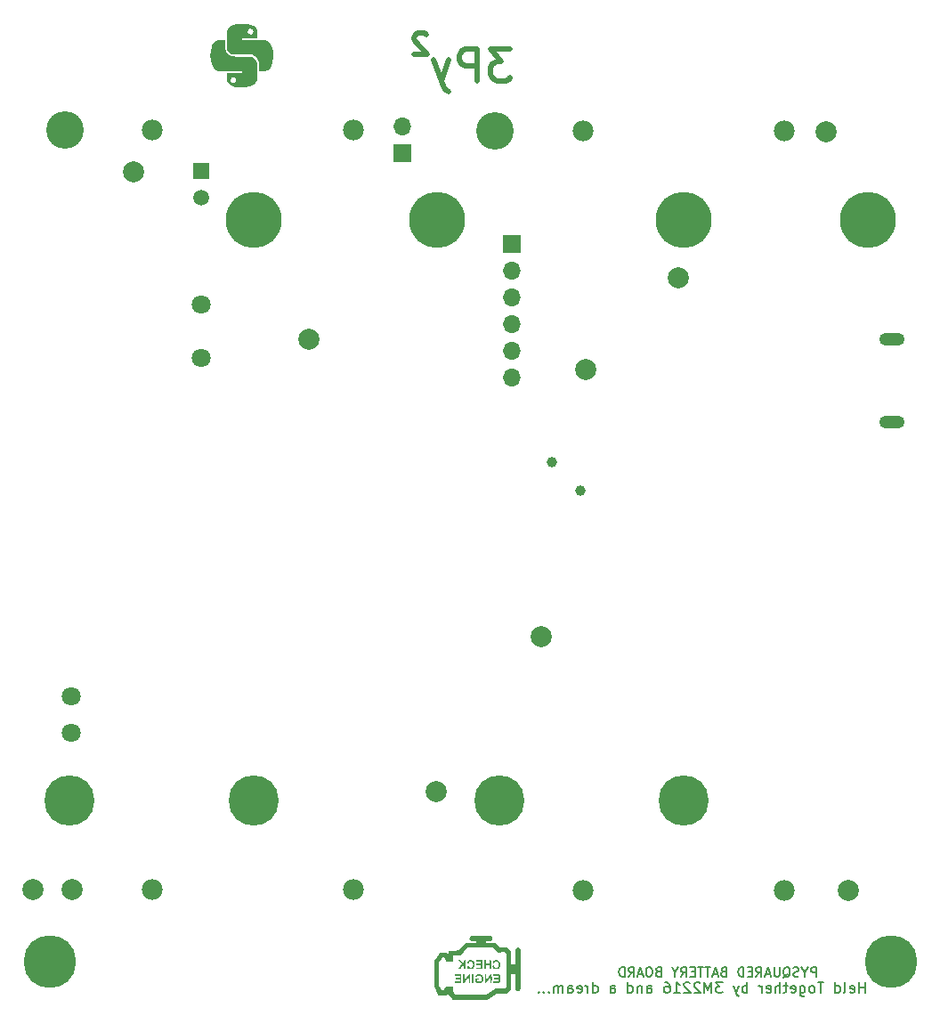
<source format=gbr>
%TF.GenerationSoftware,KiCad,Pcbnew,8.0.2-1*%
%TF.CreationDate,2024-07-16T19:06:40-07:00*%
%TF.ProjectId,battery_board_v3c,62617474-6572-4795-9f62-6f6172645f76,rev?*%
%TF.SameCoordinates,Original*%
%TF.FileFunction,Soldermask,Bot*%
%TF.FilePolarity,Negative*%
%FSLAX46Y46*%
G04 Gerber Fmt 4.6, Leading zero omitted, Abs format (unit mm)*
G04 Created by KiCad (PCBNEW 8.0.2-1) date 2024-07-16 19:06:40*
%MOMM*%
%LPD*%
G01*
G04 APERTURE LIST*
%ADD10C,0.500000*%
%ADD11C,0.150000*%
%ADD12C,0.000000*%
%ADD13C,5.000000*%
%ADD14C,2.000000*%
%ADD15R,1.700000X1.700000*%
%ADD16O,1.700000X1.700000*%
%ADD17C,1.800000*%
%ADD18O,2.416000X1.208000*%
%ADD19C,1.000000*%
%ADD20R,1.508000X1.508000*%
%ADD21C,1.508000*%
%ADD22C,4.770000*%
%ADD23C,5.325000*%
%ADD24C,3.570000*%
%ADD25C,1.980000*%
G04 APERTURE END LIST*
D10*
X158278056Y-44742257D02*
X156420913Y-44742257D01*
X156420913Y-44742257D02*
X157420913Y-45885114D01*
X157420913Y-45885114D02*
X156992342Y-45885114D01*
X156992342Y-45885114D02*
X156706628Y-46027971D01*
X156706628Y-46027971D02*
X156563770Y-46170828D01*
X156563770Y-46170828D02*
X156420913Y-46456542D01*
X156420913Y-46456542D02*
X156420913Y-47170828D01*
X156420913Y-47170828D02*
X156563770Y-47456542D01*
X156563770Y-47456542D02*
X156706628Y-47599400D01*
X156706628Y-47599400D02*
X156992342Y-47742257D01*
X156992342Y-47742257D02*
X157849485Y-47742257D01*
X157849485Y-47742257D02*
X158135199Y-47599400D01*
X158135199Y-47599400D02*
X158278056Y-47456542D01*
X155135199Y-47742257D02*
X155135199Y-44742257D01*
X155135199Y-44742257D02*
X153992342Y-44742257D01*
X153992342Y-44742257D02*
X153706627Y-44885114D01*
X153706627Y-44885114D02*
X153563770Y-45027971D01*
X153563770Y-45027971D02*
X153420913Y-45313685D01*
X153420913Y-45313685D02*
X153420913Y-45742257D01*
X153420913Y-45742257D02*
X153563770Y-46027971D01*
X153563770Y-46027971D02*
X153706627Y-46170828D01*
X153706627Y-46170828D02*
X153992342Y-46313685D01*
X153992342Y-46313685D02*
X155135199Y-46313685D01*
X152420913Y-45742257D02*
X151706627Y-47742257D01*
X150992342Y-45742257D02*
X151706627Y-47742257D01*
X151706627Y-47742257D02*
X151992342Y-48456542D01*
X151992342Y-48456542D02*
X152135199Y-48599400D01*
X152135199Y-48599400D02*
X152420913Y-48742257D01*
X150279028Y-43387314D02*
X150183790Y-43292076D01*
X150183790Y-43292076D02*
X149993314Y-43196838D01*
X149993314Y-43196838D02*
X149517123Y-43196838D01*
X149517123Y-43196838D02*
X149326647Y-43292076D01*
X149326647Y-43292076D02*
X149231409Y-43387314D01*
X149231409Y-43387314D02*
X149136171Y-43577790D01*
X149136171Y-43577790D02*
X149136171Y-43768266D01*
X149136171Y-43768266D02*
X149231409Y-44053980D01*
X149231409Y-44053980D02*
X150374266Y-45196838D01*
X150374266Y-45196838D02*
X149136171Y-45196838D01*
D11*
X187342857Y-132908557D02*
X187342857Y-132008557D01*
X187342857Y-132008557D02*
X187000000Y-132008557D01*
X187000000Y-132008557D02*
X186914285Y-132051414D01*
X186914285Y-132051414D02*
X186871428Y-132094271D01*
X186871428Y-132094271D02*
X186828571Y-132179985D01*
X186828571Y-132179985D02*
X186828571Y-132308557D01*
X186828571Y-132308557D02*
X186871428Y-132394271D01*
X186871428Y-132394271D02*
X186914285Y-132437128D01*
X186914285Y-132437128D02*
X187000000Y-132479985D01*
X187000000Y-132479985D02*
X187342857Y-132479985D01*
X186271428Y-132479985D02*
X186271428Y-132908557D01*
X186571428Y-132008557D02*
X186271428Y-132479985D01*
X186271428Y-132479985D02*
X185971428Y-132008557D01*
X185714285Y-132865700D02*
X185585714Y-132908557D01*
X185585714Y-132908557D02*
X185371428Y-132908557D01*
X185371428Y-132908557D02*
X185285714Y-132865700D01*
X185285714Y-132865700D02*
X185242856Y-132822842D01*
X185242856Y-132822842D02*
X185199999Y-132737128D01*
X185199999Y-132737128D02*
X185199999Y-132651414D01*
X185199999Y-132651414D02*
X185242856Y-132565700D01*
X185242856Y-132565700D02*
X185285714Y-132522842D01*
X185285714Y-132522842D02*
X185371428Y-132479985D01*
X185371428Y-132479985D02*
X185542856Y-132437128D01*
X185542856Y-132437128D02*
X185628571Y-132394271D01*
X185628571Y-132394271D02*
X185671428Y-132351414D01*
X185671428Y-132351414D02*
X185714285Y-132265700D01*
X185714285Y-132265700D02*
X185714285Y-132179985D01*
X185714285Y-132179985D02*
X185671428Y-132094271D01*
X185671428Y-132094271D02*
X185628571Y-132051414D01*
X185628571Y-132051414D02*
X185542856Y-132008557D01*
X185542856Y-132008557D02*
X185328571Y-132008557D01*
X185328571Y-132008557D02*
X185199999Y-132051414D01*
X184214285Y-132994271D02*
X184299999Y-132951414D01*
X184299999Y-132951414D02*
X184385713Y-132865700D01*
X184385713Y-132865700D02*
X184514285Y-132737128D01*
X184514285Y-132737128D02*
X184599999Y-132694271D01*
X184599999Y-132694271D02*
X184685713Y-132694271D01*
X184642856Y-132908557D02*
X184728571Y-132865700D01*
X184728571Y-132865700D02*
X184814285Y-132779985D01*
X184814285Y-132779985D02*
X184857142Y-132608557D01*
X184857142Y-132608557D02*
X184857142Y-132308557D01*
X184857142Y-132308557D02*
X184814285Y-132137128D01*
X184814285Y-132137128D02*
X184728571Y-132051414D01*
X184728571Y-132051414D02*
X184642856Y-132008557D01*
X184642856Y-132008557D02*
X184471428Y-132008557D01*
X184471428Y-132008557D02*
X184385713Y-132051414D01*
X184385713Y-132051414D02*
X184299999Y-132137128D01*
X184299999Y-132137128D02*
X184257142Y-132308557D01*
X184257142Y-132308557D02*
X184257142Y-132608557D01*
X184257142Y-132608557D02*
X184299999Y-132779985D01*
X184299999Y-132779985D02*
X184385713Y-132865700D01*
X184385713Y-132865700D02*
X184471428Y-132908557D01*
X184471428Y-132908557D02*
X184642856Y-132908557D01*
X183871428Y-132008557D02*
X183871428Y-132737128D01*
X183871428Y-132737128D02*
X183828571Y-132822842D01*
X183828571Y-132822842D02*
X183785714Y-132865700D01*
X183785714Y-132865700D02*
X183699999Y-132908557D01*
X183699999Y-132908557D02*
X183528571Y-132908557D01*
X183528571Y-132908557D02*
X183442856Y-132865700D01*
X183442856Y-132865700D02*
X183399999Y-132822842D01*
X183399999Y-132822842D02*
X183357142Y-132737128D01*
X183357142Y-132737128D02*
X183357142Y-132008557D01*
X182971428Y-132651414D02*
X182542857Y-132651414D01*
X183057142Y-132908557D02*
X182757142Y-132008557D01*
X182757142Y-132008557D02*
X182457142Y-132908557D01*
X181642856Y-132908557D02*
X181942856Y-132479985D01*
X182157142Y-132908557D02*
X182157142Y-132008557D01*
X182157142Y-132008557D02*
X181814285Y-132008557D01*
X181814285Y-132008557D02*
X181728570Y-132051414D01*
X181728570Y-132051414D02*
X181685713Y-132094271D01*
X181685713Y-132094271D02*
X181642856Y-132179985D01*
X181642856Y-132179985D02*
X181642856Y-132308557D01*
X181642856Y-132308557D02*
X181685713Y-132394271D01*
X181685713Y-132394271D02*
X181728570Y-132437128D01*
X181728570Y-132437128D02*
X181814285Y-132479985D01*
X181814285Y-132479985D02*
X182157142Y-132479985D01*
X181257142Y-132437128D02*
X180957142Y-132437128D01*
X180828570Y-132908557D02*
X181257142Y-132908557D01*
X181257142Y-132908557D02*
X181257142Y-132008557D01*
X181257142Y-132008557D02*
X180828570Y-132008557D01*
X180442856Y-132908557D02*
X180442856Y-132008557D01*
X180442856Y-132008557D02*
X180228570Y-132008557D01*
X180228570Y-132008557D02*
X180099999Y-132051414D01*
X180099999Y-132051414D02*
X180014284Y-132137128D01*
X180014284Y-132137128D02*
X179971427Y-132222842D01*
X179971427Y-132222842D02*
X179928570Y-132394271D01*
X179928570Y-132394271D02*
X179928570Y-132522842D01*
X179928570Y-132522842D02*
X179971427Y-132694271D01*
X179971427Y-132694271D02*
X180014284Y-132779985D01*
X180014284Y-132779985D02*
X180099999Y-132865700D01*
X180099999Y-132865700D02*
X180228570Y-132908557D01*
X180228570Y-132908557D02*
X180442856Y-132908557D01*
X178557142Y-132437128D02*
X178428570Y-132479985D01*
X178428570Y-132479985D02*
X178385713Y-132522842D01*
X178385713Y-132522842D02*
X178342856Y-132608557D01*
X178342856Y-132608557D02*
X178342856Y-132737128D01*
X178342856Y-132737128D02*
X178385713Y-132822842D01*
X178385713Y-132822842D02*
X178428570Y-132865700D01*
X178428570Y-132865700D02*
X178514285Y-132908557D01*
X178514285Y-132908557D02*
X178857142Y-132908557D01*
X178857142Y-132908557D02*
X178857142Y-132008557D01*
X178857142Y-132008557D02*
X178557142Y-132008557D01*
X178557142Y-132008557D02*
X178471428Y-132051414D01*
X178471428Y-132051414D02*
X178428570Y-132094271D01*
X178428570Y-132094271D02*
X178385713Y-132179985D01*
X178385713Y-132179985D02*
X178385713Y-132265700D01*
X178385713Y-132265700D02*
X178428570Y-132351414D01*
X178428570Y-132351414D02*
X178471428Y-132394271D01*
X178471428Y-132394271D02*
X178557142Y-132437128D01*
X178557142Y-132437128D02*
X178857142Y-132437128D01*
X177999999Y-132651414D02*
X177571428Y-132651414D01*
X178085713Y-132908557D02*
X177785713Y-132008557D01*
X177785713Y-132008557D02*
X177485713Y-132908557D01*
X177314284Y-132008557D02*
X176799999Y-132008557D01*
X177057141Y-132908557D02*
X177057141Y-132008557D01*
X176628570Y-132008557D02*
X176114285Y-132008557D01*
X176371427Y-132908557D02*
X176371427Y-132008557D01*
X175814285Y-132437128D02*
X175514285Y-132437128D01*
X175385713Y-132908557D02*
X175814285Y-132908557D01*
X175814285Y-132908557D02*
X175814285Y-132008557D01*
X175814285Y-132008557D02*
X175385713Y-132008557D01*
X174485713Y-132908557D02*
X174785713Y-132479985D01*
X174999999Y-132908557D02*
X174999999Y-132008557D01*
X174999999Y-132008557D02*
X174657142Y-132008557D01*
X174657142Y-132008557D02*
X174571427Y-132051414D01*
X174571427Y-132051414D02*
X174528570Y-132094271D01*
X174528570Y-132094271D02*
X174485713Y-132179985D01*
X174485713Y-132179985D02*
X174485713Y-132308557D01*
X174485713Y-132308557D02*
X174528570Y-132394271D01*
X174528570Y-132394271D02*
X174571427Y-132437128D01*
X174571427Y-132437128D02*
X174657142Y-132479985D01*
X174657142Y-132479985D02*
X174999999Y-132479985D01*
X173928570Y-132479985D02*
X173928570Y-132908557D01*
X174228570Y-132008557D02*
X173928570Y-132479985D01*
X173928570Y-132479985D02*
X173628570Y-132008557D01*
X172342856Y-132437128D02*
X172214284Y-132479985D01*
X172214284Y-132479985D02*
X172171427Y-132522842D01*
X172171427Y-132522842D02*
X172128570Y-132608557D01*
X172128570Y-132608557D02*
X172128570Y-132737128D01*
X172128570Y-132737128D02*
X172171427Y-132822842D01*
X172171427Y-132822842D02*
X172214284Y-132865700D01*
X172214284Y-132865700D02*
X172299999Y-132908557D01*
X172299999Y-132908557D02*
X172642856Y-132908557D01*
X172642856Y-132908557D02*
X172642856Y-132008557D01*
X172642856Y-132008557D02*
X172342856Y-132008557D01*
X172342856Y-132008557D02*
X172257142Y-132051414D01*
X172257142Y-132051414D02*
X172214284Y-132094271D01*
X172214284Y-132094271D02*
X172171427Y-132179985D01*
X172171427Y-132179985D02*
X172171427Y-132265700D01*
X172171427Y-132265700D02*
X172214284Y-132351414D01*
X172214284Y-132351414D02*
X172257142Y-132394271D01*
X172257142Y-132394271D02*
X172342856Y-132437128D01*
X172342856Y-132437128D02*
X172642856Y-132437128D01*
X171571427Y-132008557D02*
X171399999Y-132008557D01*
X171399999Y-132008557D02*
X171314284Y-132051414D01*
X171314284Y-132051414D02*
X171228570Y-132137128D01*
X171228570Y-132137128D02*
X171185713Y-132308557D01*
X171185713Y-132308557D02*
X171185713Y-132608557D01*
X171185713Y-132608557D02*
X171228570Y-132779985D01*
X171228570Y-132779985D02*
X171314284Y-132865700D01*
X171314284Y-132865700D02*
X171399999Y-132908557D01*
X171399999Y-132908557D02*
X171571427Y-132908557D01*
X171571427Y-132908557D02*
X171657142Y-132865700D01*
X171657142Y-132865700D02*
X171742856Y-132779985D01*
X171742856Y-132779985D02*
X171785713Y-132608557D01*
X171785713Y-132608557D02*
X171785713Y-132308557D01*
X171785713Y-132308557D02*
X171742856Y-132137128D01*
X171742856Y-132137128D02*
X171657142Y-132051414D01*
X171657142Y-132051414D02*
X171571427Y-132008557D01*
X170842856Y-132651414D02*
X170414285Y-132651414D01*
X170928570Y-132908557D02*
X170628570Y-132008557D01*
X170628570Y-132008557D02*
X170328570Y-132908557D01*
X169514284Y-132908557D02*
X169814284Y-132479985D01*
X170028570Y-132908557D02*
X170028570Y-132008557D01*
X170028570Y-132008557D02*
X169685713Y-132008557D01*
X169685713Y-132008557D02*
X169599998Y-132051414D01*
X169599998Y-132051414D02*
X169557141Y-132094271D01*
X169557141Y-132094271D02*
X169514284Y-132179985D01*
X169514284Y-132179985D02*
X169514284Y-132308557D01*
X169514284Y-132308557D02*
X169557141Y-132394271D01*
X169557141Y-132394271D02*
X169599998Y-132437128D01*
X169599998Y-132437128D02*
X169685713Y-132479985D01*
X169685713Y-132479985D02*
X170028570Y-132479985D01*
X169128570Y-132908557D02*
X169128570Y-132008557D01*
X169128570Y-132008557D02*
X168914284Y-132008557D01*
X168914284Y-132008557D02*
X168785713Y-132051414D01*
X168785713Y-132051414D02*
X168699998Y-132137128D01*
X168699998Y-132137128D02*
X168657141Y-132222842D01*
X168657141Y-132222842D02*
X168614284Y-132394271D01*
X168614284Y-132394271D02*
X168614284Y-132522842D01*
X168614284Y-132522842D02*
X168657141Y-132694271D01*
X168657141Y-132694271D02*
X168699998Y-132779985D01*
X168699998Y-132779985D02*
X168785713Y-132865700D01*
X168785713Y-132865700D02*
X168914284Y-132908557D01*
X168914284Y-132908557D02*
X169128570Y-132908557D01*
X192023810Y-134454819D02*
X192023810Y-133454819D01*
X192023810Y-133931009D02*
X191452382Y-133931009D01*
X191452382Y-134454819D02*
X191452382Y-133454819D01*
X190595239Y-134407200D02*
X190690477Y-134454819D01*
X190690477Y-134454819D02*
X190880953Y-134454819D01*
X190880953Y-134454819D02*
X190976191Y-134407200D01*
X190976191Y-134407200D02*
X191023810Y-134311961D01*
X191023810Y-134311961D02*
X191023810Y-133931009D01*
X191023810Y-133931009D02*
X190976191Y-133835771D01*
X190976191Y-133835771D02*
X190880953Y-133788152D01*
X190880953Y-133788152D02*
X190690477Y-133788152D01*
X190690477Y-133788152D02*
X190595239Y-133835771D01*
X190595239Y-133835771D02*
X190547620Y-133931009D01*
X190547620Y-133931009D02*
X190547620Y-134026247D01*
X190547620Y-134026247D02*
X191023810Y-134121485D01*
X189976191Y-134454819D02*
X190071429Y-134407200D01*
X190071429Y-134407200D02*
X190119048Y-134311961D01*
X190119048Y-134311961D02*
X190119048Y-133454819D01*
X189166667Y-134454819D02*
X189166667Y-133454819D01*
X189166667Y-134407200D02*
X189261905Y-134454819D01*
X189261905Y-134454819D02*
X189452381Y-134454819D01*
X189452381Y-134454819D02*
X189547619Y-134407200D01*
X189547619Y-134407200D02*
X189595238Y-134359580D01*
X189595238Y-134359580D02*
X189642857Y-134264342D01*
X189642857Y-134264342D02*
X189642857Y-133978628D01*
X189642857Y-133978628D02*
X189595238Y-133883390D01*
X189595238Y-133883390D02*
X189547619Y-133835771D01*
X189547619Y-133835771D02*
X189452381Y-133788152D01*
X189452381Y-133788152D02*
X189261905Y-133788152D01*
X189261905Y-133788152D02*
X189166667Y-133835771D01*
X188071428Y-133454819D02*
X187500000Y-133454819D01*
X187785714Y-134454819D02*
X187785714Y-133454819D01*
X187023809Y-134454819D02*
X187119047Y-134407200D01*
X187119047Y-134407200D02*
X187166666Y-134359580D01*
X187166666Y-134359580D02*
X187214285Y-134264342D01*
X187214285Y-134264342D02*
X187214285Y-133978628D01*
X187214285Y-133978628D02*
X187166666Y-133883390D01*
X187166666Y-133883390D02*
X187119047Y-133835771D01*
X187119047Y-133835771D02*
X187023809Y-133788152D01*
X187023809Y-133788152D02*
X186880952Y-133788152D01*
X186880952Y-133788152D02*
X186785714Y-133835771D01*
X186785714Y-133835771D02*
X186738095Y-133883390D01*
X186738095Y-133883390D02*
X186690476Y-133978628D01*
X186690476Y-133978628D02*
X186690476Y-134264342D01*
X186690476Y-134264342D02*
X186738095Y-134359580D01*
X186738095Y-134359580D02*
X186785714Y-134407200D01*
X186785714Y-134407200D02*
X186880952Y-134454819D01*
X186880952Y-134454819D02*
X187023809Y-134454819D01*
X185833333Y-133788152D02*
X185833333Y-134597676D01*
X185833333Y-134597676D02*
X185880952Y-134692914D01*
X185880952Y-134692914D02*
X185928571Y-134740533D01*
X185928571Y-134740533D02*
X186023809Y-134788152D01*
X186023809Y-134788152D02*
X186166666Y-134788152D01*
X186166666Y-134788152D02*
X186261904Y-134740533D01*
X185833333Y-134407200D02*
X185928571Y-134454819D01*
X185928571Y-134454819D02*
X186119047Y-134454819D01*
X186119047Y-134454819D02*
X186214285Y-134407200D01*
X186214285Y-134407200D02*
X186261904Y-134359580D01*
X186261904Y-134359580D02*
X186309523Y-134264342D01*
X186309523Y-134264342D02*
X186309523Y-133978628D01*
X186309523Y-133978628D02*
X186261904Y-133883390D01*
X186261904Y-133883390D02*
X186214285Y-133835771D01*
X186214285Y-133835771D02*
X186119047Y-133788152D01*
X186119047Y-133788152D02*
X185928571Y-133788152D01*
X185928571Y-133788152D02*
X185833333Y-133835771D01*
X184976190Y-134407200D02*
X185071428Y-134454819D01*
X185071428Y-134454819D02*
X185261904Y-134454819D01*
X185261904Y-134454819D02*
X185357142Y-134407200D01*
X185357142Y-134407200D02*
X185404761Y-134311961D01*
X185404761Y-134311961D02*
X185404761Y-133931009D01*
X185404761Y-133931009D02*
X185357142Y-133835771D01*
X185357142Y-133835771D02*
X185261904Y-133788152D01*
X185261904Y-133788152D02*
X185071428Y-133788152D01*
X185071428Y-133788152D02*
X184976190Y-133835771D01*
X184976190Y-133835771D02*
X184928571Y-133931009D01*
X184928571Y-133931009D02*
X184928571Y-134026247D01*
X184928571Y-134026247D02*
X185404761Y-134121485D01*
X184642856Y-133788152D02*
X184261904Y-133788152D01*
X184499999Y-133454819D02*
X184499999Y-134311961D01*
X184499999Y-134311961D02*
X184452380Y-134407200D01*
X184452380Y-134407200D02*
X184357142Y-134454819D01*
X184357142Y-134454819D02*
X184261904Y-134454819D01*
X183928570Y-134454819D02*
X183928570Y-133454819D01*
X183499999Y-134454819D02*
X183499999Y-133931009D01*
X183499999Y-133931009D02*
X183547618Y-133835771D01*
X183547618Y-133835771D02*
X183642856Y-133788152D01*
X183642856Y-133788152D02*
X183785713Y-133788152D01*
X183785713Y-133788152D02*
X183880951Y-133835771D01*
X183880951Y-133835771D02*
X183928570Y-133883390D01*
X182642856Y-134407200D02*
X182738094Y-134454819D01*
X182738094Y-134454819D02*
X182928570Y-134454819D01*
X182928570Y-134454819D02*
X183023808Y-134407200D01*
X183023808Y-134407200D02*
X183071427Y-134311961D01*
X183071427Y-134311961D02*
X183071427Y-133931009D01*
X183071427Y-133931009D02*
X183023808Y-133835771D01*
X183023808Y-133835771D02*
X182928570Y-133788152D01*
X182928570Y-133788152D02*
X182738094Y-133788152D01*
X182738094Y-133788152D02*
X182642856Y-133835771D01*
X182642856Y-133835771D02*
X182595237Y-133931009D01*
X182595237Y-133931009D02*
X182595237Y-134026247D01*
X182595237Y-134026247D02*
X183071427Y-134121485D01*
X182166665Y-134454819D02*
X182166665Y-133788152D01*
X182166665Y-133978628D02*
X182119046Y-133883390D01*
X182119046Y-133883390D02*
X182071427Y-133835771D01*
X182071427Y-133835771D02*
X181976189Y-133788152D01*
X181976189Y-133788152D02*
X181880951Y-133788152D01*
X180785712Y-134454819D02*
X180785712Y-133454819D01*
X180785712Y-133835771D02*
X180690474Y-133788152D01*
X180690474Y-133788152D02*
X180499998Y-133788152D01*
X180499998Y-133788152D02*
X180404760Y-133835771D01*
X180404760Y-133835771D02*
X180357141Y-133883390D01*
X180357141Y-133883390D02*
X180309522Y-133978628D01*
X180309522Y-133978628D02*
X180309522Y-134264342D01*
X180309522Y-134264342D02*
X180357141Y-134359580D01*
X180357141Y-134359580D02*
X180404760Y-134407200D01*
X180404760Y-134407200D02*
X180499998Y-134454819D01*
X180499998Y-134454819D02*
X180690474Y-134454819D01*
X180690474Y-134454819D02*
X180785712Y-134407200D01*
X179976188Y-133788152D02*
X179738093Y-134454819D01*
X179499998Y-133788152D02*
X179738093Y-134454819D01*
X179738093Y-134454819D02*
X179833331Y-134692914D01*
X179833331Y-134692914D02*
X179880950Y-134740533D01*
X179880950Y-134740533D02*
X179976188Y-134788152D01*
X178452378Y-133454819D02*
X177833331Y-133454819D01*
X177833331Y-133454819D02*
X178166664Y-133835771D01*
X178166664Y-133835771D02*
X178023807Y-133835771D01*
X178023807Y-133835771D02*
X177928569Y-133883390D01*
X177928569Y-133883390D02*
X177880950Y-133931009D01*
X177880950Y-133931009D02*
X177833331Y-134026247D01*
X177833331Y-134026247D02*
X177833331Y-134264342D01*
X177833331Y-134264342D02*
X177880950Y-134359580D01*
X177880950Y-134359580D02*
X177928569Y-134407200D01*
X177928569Y-134407200D02*
X178023807Y-134454819D01*
X178023807Y-134454819D02*
X178309521Y-134454819D01*
X178309521Y-134454819D02*
X178404759Y-134407200D01*
X178404759Y-134407200D02*
X178452378Y-134359580D01*
X177404759Y-134454819D02*
X177404759Y-133454819D01*
X177404759Y-133454819D02*
X177071426Y-134169104D01*
X177071426Y-134169104D02*
X176738093Y-133454819D01*
X176738093Y-133454819D02*
X176738093Y-134454819D01*
X176309521Y-133550057D02*
X176261902Y-133502438D01*
X176261902Y-133502438D02*
X176166664Y-133454819D01*
X176166664Y-133454819D02*
X175928569Y-133454819D01*
X175928569Y-133454819D02*
X175833331Y-133502438D01*
X175833331Y-133502438D02*
X175785712Y-133550057D01*
X175785712Y-133550057D02*
X175738093Y-133645295D01*
X175738093Y-133645295D02*
X175738093Y-133740533D01*
X175738093Y-133740533D02*
X175785712Y-133883390D01*
X175785712Y-133883390D02*
X176357140Y-134454819D01*
X176357140Y-134454819D02*
X175738093Y-134454819D01*
X175357140Y-133550057D02*
X175309521Y-133502438D01*
X175309521Y-133502438D02*
X175214283Y-133454819D01*
X175214283Y-133454819D02*
X174976188Y-133454819D01*
X174976188Y-133454819D02*
X174880950Y-133502438D01*
X174880950Y-133502438D02*
X174833331Y-133550057D01*
X174833331Y-133550057D02*
X174785712Y-133645295D01*
X174785712Y-133645295D02*
X174785712Y-133740533D01*
X174785712Y-133740533D02*
X174833331Y-133883390D01*
X174833331Y-133883390D02*
X175404759Y-134454819D01*
X175404759Y-134454819D02*
X174785712Y-134454819D01*
X173833331Y-134454819D02*
X174404759Y-134454819D01*
X174119045Y-134454819D02*
X174119045Y-133454819D01*
X174119045Y-133454819D02*
X174214283Y-133597676D01*
X174214283Y-133597676D02*
X174309521Y-133692914D01*
X174309521Y-133692914D02*
X174404759Y-133740533D01*
X172976188Y-133454819D02*
X173166664Y-133454819D01*
X173166664Y-133454819D02*
X173261902Y-133502438D01*
X173261902Y-133502438D02*
X173309521Y-133550057D01*
X173309521Y-133550057D02*
X173404759Y-133692914D01*
X173404759Y-133692914D02*
X173452378Y-133883390D01*
X173452378Y-133883390D02*
X173452378Y-134264342D01*
X173452378Y-134264342D02*
X173404759Y-134359580D01*
X173404759Y-134359580D02*
X173357140Y-134407200D01*
X173357140Y-134407200D02*
X173261902Y-134454819D01*
X173261902Y-134454819D02*
X173071426Y-134454819D01*
X173071426Y-134454819D02*
X172976188Y-134407200D01*
X172976188Y-134407200D02*
X172928569Y-134359580D01*
X172928569Y-134359580D02*
X172880950Y-134264342D01*
X172880950Y-134264342D02*
X172880950Y-134026247D01*
X172880950Y-134026247D02*
X172928569Y-133931009D01*
X172928569Y-133931009D02*
X172976188Y-133883390D01*
X172976188Y-133883390D02*
X173071426Y-133835771D01*
X173071426Y-133835771D02*
X173261902Y-133835771D01*
X173261902Y-133835771D02*
X173357140Y-133883390D01*
X173357140Y-133883390D02*
X173404759Y-133931009D01*
X173404759Y-133931009D02*
X173452378Y-134026247D01*
X171261902Y-134454819D02*
X171261902Y-133931009D01*
X171261902Y-133931009D02*
X171309521Y-133835771D01*
X171309521Y-133835771D02*
X171404759Y-133788152D01*
X171404759Y-133788152D02*
X171595235Y-133788152D01*
X171595235Y-133788152D02*
X171690473Y-133835771D01*
X171261902Y-134407200D02*
X171357140Y-134454819D01*
X171357140Y-134454819D02*
X171595235Y-134454819D01*
X171595235Y-134454819D02*
X171690473Y-134407200D01*
X171690473Y-134407200D02*
X171738092Y-134311961D01*
X171738092Y-134311961D02*
X171738092Y-134216723D01*
X171738092Y-134216723D02*
X171690473Y-134121485D01*
X171690473Y-134121485D02*
X171595235Y-134073866D01*
X171595235Y-134073866D02*
X171357140Y-134073866D01*
X171357140Y-134073866D02*
X171261902Y-134026247D01*
X170785711Y-133788152D02*
X170785711Y-134454819D01*
X170785711Y-133883390D02*
X170738092Y-133835771D01*
X170738092Y-133835771D02*
X170642854Y-133788152D01*
X170642854Y-133788152D02*
X170499997Y-133788152D01*
X170499997Y-133788152D02*
X170404759Y-133835771D01*
X170404759Y-133835771D02*
X170357140Y-133931009D01*
X170357140Y-133931009D02*
X170357140Y-134454819D01*
X169452378Y-134454819D02*
X169452378Y-133454819D01*
X169452378Y-134407200D02*
X169547616Y-134454819D01*
X169547616Y-134454819D02*
X169738092Y-134454819D01*
X169738092Y-134454819D02*
X169833330Y-134407200D01*
X169833330Y-134407200D02*
X169880949Y-134359580D01*
X169880949Y-134359580D02*
X169928568Y-134264342D01*
X169928568Y-134264342D02*
X169928568Y-133978628D01*
X169928568Y-133978628D02*
X169880949Y-133883390D01*
X169880949Y-133883390D02*
X169833330Y-133835771D01*
X169833330Y-133835771D02*
X169738092Y-133788152D01*
X169738092Y-133788152D02*
X169547616Y-133788152D01*
X169547616Y-133788152D02*
X169452378Y-133835771D01*
X167785711Y-134454819D02*
X167785711Y-133931009D01*
X167785711Y-133931009D02*
X167833330Y-133835771D01*
X167833330Y-133835771D02*
X167928568Y-133788152D01*
X167928568Y-133788152D02*
X168119044Y-133788152D01*
X168119044Y-133788152D02*
X168214282Y-133835771D01*
X167785711Y-134407200D02*
X167880949Y-134454819D01*
X167880949Y-134454819D02*
X168119044Y-134454819D01*
X168119044Y-134454819D02*
X168214282Y-134407200D01*
X168214282Y-134407200D02*
X168261901Y-134311961D01*
X168261901Y-134311961D02*
X168261901Y-134216723D01*
X168261901Y-134216723D02*
X168214282Y-134121485D01*
X168214282Y-134121485D02*
X168119044Y-134073866D01*
X168119044Y-134073866D02*
X167880949Y-134073866D01*
X167880949Y-134073866D02*
X167785711Y-134026247D01*
X166119044Y-134454819D02*
X166119044Y-133454819D01*
X166119044Y-134407200D02*
X166214282Y-134454819D01*
X166214282Y-134454819D02*
X166404758Y-134454819D01*
X166404758Y-134454819D02*
X166499996Y-134407200D01*
X166499996Y-134407200D02*
X166547615Y-134359580D01*
X166547615Y-134359580D02*
X166595234Y-134264342D01*
X166595234Y-134264342D02*
X166595234Y-133978628D01*
X166595234Y-133978628D02*
X166547615Y-133883390D01*
X166547615Y-133883390D02*
X166499996Y-133835771D01*
X166499996Y-133835771D02*
X166404758Y-133788152D01*
X166404758Y-133788152D02*
X166214282Y-133788152D01*
X166214282Y-133788152D02*
X166119044Y-133835771D01*
X165642853Y-134454819D02*
X165642853Y-133788152D01*
X165642853Y-133978628D02*
X165595234Y-133883390D01*
X165595234Y-133883390D02*
X165547615Y-133835771D01*
X165547615Y-133835771D02*
X165452377Y-133788152D01*
X165452377Y-133788152D02*
X165357139Y-133788152D01*
X164642853Y-134407200D02*
X164738091Y-134454819D01*
X164738091Y-134454819D02*
X164928567Y-134454819D01*
X164928567Y-134454819D02*
X165023805Y-134407200D01*
X165023805Y-134407200D02*
X165071424Y-134311961D01*
X165071424Y-134311961D02*
X165071424Y-133931009D01*
X165071424Y-133931009D02*
X165023805Y-133835771D01*
X165023805Y-133835771D02*
X164928567Y-133788152D01*
X164928567Y-133788152D02*
X164738091Y-133788152D01*
X164738091Y-133788152D02*
X164642853Y-133835771D01*
X164642853Y-133835771D02*
X164595234Y-133931009D01*
X164595234Y-133931009D02*
X164595234Y-134026247D01*
X164595234Y-134026247D02*
X165071424Y-134121485D01*
X163738091Y-134454819D02*
X163738091Y-133931009D01*
X163738091Y-133931009D02*
X163785710Y-133835771D01*
X163785710Y-133835771D02*
X163880948Y-133788152D01*
X163880948Y-133788152D02*
X164071424Y-133788152D01*
X164071424Y-133788152D02*
X164166662Y-133835771D01*
X163738091Y-134407200D02*
X163833329Y-134454819D01*
X163833329Y-134454819D02*
X164071424Y-134454819D01*
X164071424Y-134454819D02*
X164166662Y-134407200D01*
X164166662Y-134407200D02*
X164214281Y-134311961D01*
X164214281Y-134311961D02*
X164214281Y-134216723D01*
X164214281Y-134216723D02*
X164166662Y-134121485D01*
X164166662Y-134121485D02*
X164071424Y-134073866D01*
X164071424Y-134073866D02*
X163833329Y-134073866D01*
X163833329Y-134073866D02*
X163738091Y-134026247D01*
X163261900Y-134454819D02*
X163261900Y-133788152D01*
X163261900Y-133883390D02*
X163214281Y-133835771D01*
X163214281Y-133835771D02*
X163119043Y-133788152D01*
X163119043Y-133788152D02*
X162976186Y-133788152D01*
X162976186Y-133788152D02*
X162880948Y-133835771D01*
X162880948Y-133835771D02*
X162833329Y-133931009D01*
X162833329Y-133931009D02*
X162833329Y-134454819D01*
X162833329Y-133931009D02*
X162785710Y-133835771D01*
X162785710Y-133835771D02*
X162690472Y-133788152D01*
X162690472Y-133788152D02*
X162547615Y-133788152D01*
X162547615Y-133788152D02*
X162452376Y-133835771D01*
X162452376Y-133835771D02*
X162404757Y-133931009D01*
X162404757Y-133931009D02*
X162404757Y-134454819D01*
X161928567Y-134359580D02*
X161880948Y-134407200D01*
X161880948Y-134407200D02*
X161928567Y-134454819D01*
X161928567Y-134454819D02*
X161976186Y-134407200D01*
X161976186Y-134407200D02*
X161928567Y-134359580D01*
X161928567Y-134359580D02*
X161928567Y-134454819D01*
X161452377Y-134359580D02*
X161404758Y-134407200D01*
X161404758Y-134407200D02*
X161452377Y-134454819D01*
X161452377Y-134454819D02*
X161499996Y-134407200D01*
X161499996Y-134407200D02*
X161452377Y-134359580D01*
X161452377Y-134359580D02*
X161452377Y-134454819D01*
X160976187Y-134359580D02*
X160928568Y-134407200D01*
X160928568Y-134407200D02*
X160976187Y-134454819D01*
X160976187Y-134454819D02*
X161023806Y-134407200D01*
X161023806Y-134407200D02*
X160976187Y-134359580D01*
X160976187Y-134359580D02*
X160976187Y-134454819D01*
D12*
%TO.C,G\u002A\u002A\u002A*%
G36*
X134174852Y-43117799D02*
G01*
X134177834Y-43266698D01*
X134185149Y-43684884D01*
X133463599Y-43690775D01*
X132742048Y-43696667D01*
X132742048Y-43875226D01*
X134996354Y-43897546D01*
X135123981Y-43957364D01*
X135176190Y-43983977D01*
X135335174Y-44096820D01*
X135467032Y-44243909D01*
X135570161Y-44423158D01*
X135642958Y-44632481D01*
X135702482Y-44919058D01*
X135733980Y-45244052D01*
X135724999Y-45568413D01*
X135675777Y-45901395D01*
X135626719Y-46104582D01*
X135553729Y-46313444D01*
X135464650Y-46483351D01*
X135358188Y-46616232D01*
X135233052Y-46714017D01*
X135087948Y-46778633D01*
X135041555Y-46788499D01*
X134949178Y-46798833D01*
X134828713Y-46805832D01*
X134689456Y-46808794D01*
X134382558Y-46810287D01*
X134382558Y-46446699D01*
X134381656Y-46329933D01*
X134375611Y-46167471D01*
X134362680Y-46035404D01*
X134341468Y-45925011D01*
X134310581Y-45827569D01*
X134268623Y-45734355D01*
X134263248Y-45724149D01*
X134186470Y-45613676D01*
X134080453Y-45503595D01*
X133957689Y-45405422D01*
X133830673Y-45330673D01*
X133679483Y-45259057D01*
X132764368Y-45247897D01*
X132554995Y-45245299D01*
X132365757Y-45242702D01*
X132212431Y-45240072D01*
X132090468Y-45237128D01*
X131995320Y-45233590D01*
X131922441Y-45229175D01*
X131867281Y-45223603D01*
X131825293Y-45216592D01*
X131791930Y-45207862D01*
X131762642Y-45197130D01*
X131732884Y-45184117D01*
X131641980Y-45130922D01*
X131531177Y-45037099D01*
X131433520Y-44924420D01*
X131362218Y-44806348D01*
X131355691Y-44791967D01*
X131344564Y-44764341D01*
X131335591Y-44733876D01*
X131328541Y-44695926D01*
X131323182Y-44645848D01*
X131319282Y-44578996D01*
X131316611Y-44490727D01*
X131314937Y-44376396D01*
X131314027Y-44231358D01*
X131313651Y-44050970D01*
X131313577Y-43830586D01*
X131313577Y-42995509D01*
X133294158Y-42995509D01*
X133295075Y-43091202D01*
X133334097Y-43190233D01*
X133337537Y-43195633D01*
X133391433Y-43254372D01*
X133456056Y-43296252D01*
X133510034Y-43315148D01*
X133603173Y-43323385D01*
X133685477Y-43291419D01*
X133765002Y-43217187D01*
X133773521Y-43206835D01*
X133811415Y-43147228D01*
X133826816Y-43082427D01*
X133824760Y-42993591D01*
X133816954Y-42946373D01*
X133779638Y-42873796D01*
X133705958Y-42813921D01*
X133645516Y-42785332D01*
X133548322Y-42770814D01*
X133458428Y-42790807D01*
X133381995Y-42839077D01*
X133325185Y-42909390D01*
X133294158Y-42995509D01*
X131313577Y-42995509D01*
X131313577Y-42960111D01*
X131368208Y-42849094D01*
X131377753Y-42830480D01*
X131475330Y-42690870D01*
X131605919Y-42569998D01*
X131759923Y-42476982D01*
X131844590Y-42441727D01*
X131974093Y-42402468D01*
X132123703Y-42373357D01*
X132299424Y-42353558D01*
X132507258Y-42342232D01*
X132753208Y-42338544D01*
X132823033Y-42338842D01*
X133124799Y-42349293D01*
X133385789Y-42374912D01*
X133607119Y-42416029D01*
X133789900Y-42472971D01*
X133935248Y-42546069D01*
X134044274Y-42635651D01*
X134118093Y-42742047D01*
X134133522Y-42775220D01*
X134148213Y-42815640D01*
X134158821Y-42862460D01*
X134166216Y-42923328D01*
X134171269Y-43005892D01*
X134173719Y-43082427D01*
X134174852Y-43117799D01*
G37*
G36*
X134173654Y-47615283D02*
G01*
X134168750Y-47670551D01*
X134162105Y-47712251D01*
X134153454Y-47745187D01*
X134142529Y-47774160D01*
X134129064Y-47803974D01*
X134065118Y-47905777D01*
X133967558Y-48012098D01*
X133850149Y-48107773D01*
X133724809Y-48181667D01*
X133631458Y-48220551D01*
X133496912Y-48266868D01*
X133348732Y-48310428D01*
X133203263Y-48346476D01*
X133076846Y-48370256D01*
X133068312Y-48371466D01*
X132840520Y-48390257D01*
X132606720Y-48385769D01*
X132373951Y-48359764D01*
X132149255Y-48314004D01*
X131939672Y-48250250D01*
X131752244Y-48170265D01*
X131594011Y-48075811D01*
X131472014Y-47968650D01*
X131466726Y-47962730D01*
X131407178Y-47887968D01*
X131363485Y-47811690D01*
X131333405Y-47725322D01*
X131324388Y-47674699D01*
X131664398Y-47674699D01*
X131687433Y-47762271D01*
X131740949Y-47838319D01*
X131826706Y-47894144D01*
X131858081Y-47906053D01*
X131956139Y-47922501D01*
X132041838Y-47898331D01*
X132123205Y-47831856D01*
X132154076Y-47792557D01*
X132193437Y-47699596D01*
X132197508Y-47603798D01*
X132169900Y-47513965D01*
X132114222Y-47438899D01*
X132034084Y-47387405D01*
X131933097Y-47368284D01*
X131841861Y-47383186D01*
X131760575Y-47429847D01*
X131702729Y-47499787D01*
X131670083Y-47584304D01*
X131664398Y-47674699D01*
X131324388Y-47674699D01*
X131314695Y-47620285D01*
X131305113Y-47488004D01*
X131302417Y-47319902D01*
X131302417Y-47011784D01*
X132022233Y-47005895D01*
X132742048Y-47000006D01*
X132748912Y-46905147D01*
X132755775Y-46810287D01*
X131620230Y-46810287D01*
X131547363Y-46810286D01*
X131284559Y-46810152D01*
X131061617Y-46809475D01*
X130874722Y-46807814D01*
X130720056Y-46804727D01*
X130593804Y-46799771D01*
X130492148Y-46792505D01*
X130411273Y-46782486D01*
X130347361Y-46769272D01*
X130296597Y-46752421D01*
X130255164Y-46731491D01*
X130219245Y-46706039D01*
X130185024Y-46675623D01*
X130148684Y-46639802D01*
X130102874Y-46588496D01*
X130011475Y-46451410D01*
X129929621Y-46282593D01*
X129859771Y-46090541D01*
X129804382Y-45883753D01*
X129765912Y-45670727D01*
X129746820Y-45459958D01*
X129749562Y-45259946D01*
X129765360Y-45095330D01*
X129803607Y-44843687D01*
X129856202Y-44614324D01*
X129921644Y-44411608D01*
X129998435Y-44239905D01*
X130085073Y-44103580D01*
X130180059Y-44007001D01*
X130202399Y-43990414D01*
X130262161Y-43952307D01*
X130324803Y-43924824D01*
X130398666Y-43906277D01*
X130492091Y-43894978D01*
X130613420Y-43889237D01*
X130770994Y-43887365D01*
X131121206Y-43886386D01*
X131128112Y-44316043D01*
X131135019Y-44745700D01*
X131206634Y-44896891D01*
X131266996Y-45005915D01*
X131392445Y-45162441D01*
X131546112Y-45286832D01*
X131723495Y-45375752D01*
X131920095Y-45425864D01*
X131958992Y-45429737D01*
X132046187Y-45434684D01*
X132166866Y-45439099D01*
X132314592Y-45442826D01*
X132482926Y-45445711D01*
X132665429Y-45447598D01*
X132855663Y-45448334D01*
X133638873Y-45448776D01*
X133775708Y-45517153D01*
X133799685Y-45529685D01*
X133942756Y-45630887D01*
X134057369Y-45760102D01*
X134136295Y-45909467D01*
X134146597Y-45938601D01*
X134156441Y-45973235D01*
X134164251Y-46013451D01*
X134170261Y-46064130D01*
X134174700Y-46130154D01*
X134177802Y-46216407D01*
X134179797Y-46327770D01*
X134180918Y-46469126D01*
X134181395Y-46645357D01*
X134181461Y-46861344D01*
X134181426Y-46967333D01*
X134181215Y-47162480D01*
X134180600Y-47320046D01*
X134179312Y-47444833D01*
X134177086Y-47541645D01*
X134174189Y-47603798D01*
X134173654Y-47615283D01*
G37*
G36*
X154742237Y-132687478D02*
G01*
X154760774Y-132693910D01*
X154763804Y-132698305D01*
X154766878Y-132709127D01*
X154769346Y-132727605D01*
X154771268Y-132755477D01*
X154772704Y-132794481D01*
X154773716Y-132846357D01*
X154774364Y-132912843D01*
X154774708Y-132995680D01*
X154774809Y-133096604D01*
X154774793Y-133125188D01*
X154774386Y-133235404D01*
X154773430Y-133327445D01*
X154771935Y-133400984D01*
X154769910Y-133455690D01*
X154767363Y-133491233D01*
X154764301Y-133507284D01*
X154759470Y-133514596D01*
X154747939Y-133522036D01*
X154727367Y-133524752D01*
X154692424Y-133523982D01*
X154631054Y-133521046D01*
X154631054Y-132688259D01*
X154688897Y-132685261D01*
X154710118Y-132684838D01*
X154742237Y-132687478D01*
G37*
G36*
X155936745Y-132684843D02*
G01*
X155961231Y-132687796D01*
X155984333Y-132693594D01*
X155984333Y-132966870D01*
X155984604Y-133037718D01*
X155985452Y-133104553D01*
X155986809Y-133159990D01*
X155988606Y-133201922D01*
X155990773Y-133228241D01*
X155993240Y-133236841D01*
X155997065Y-133232736D01*
X156011061Y-133214072D01*
X156033757Y-133182142D01*
X156063798Y-133138903D01*
X156099827Y-133086311D01*
X156140488Y-133026323D01*
X156184425Y-132960898D01*
X156366703Y-132688259D01*
X156424208Y-132685261D01*
X156445190Y-132684839D01*
X156477224Y-132687478D01*
X156495747Y-132693910D01*
X156499243Y-132699482D01*
X156502186Y-132711255D01*
X156504548Y-132730872D01*
X156506388Y-132760045D01*
X156507764Y-132800487D01*
X156508734Y-132853908D01*
X156509354Y-132922021D01*
X156509684Y-133006538D01*
X156509782Y-133109171D01*
X156509754Y-133144749D01*
X156509459Y-133230140D01*
X156508868Y-133308475D01*
X156508018Y-133377626D01*
X156506944Y-133435464D01*
X156505685Y-133479860D01*
X156504276Y-133508686D01*
X156502753Y-133519813D01*
X156493267Y-133522645D01*
X156468740Y-133524402D01*
X156435833Y-133523944D01*
X156375941Y-133521046D01*
X156370984Y-133238493D01*
X156366027Y-132955941D01*
X156344863Y-132985683D01*
X156341995Y-132989792D01*
X156327524Y-133011046D01*
X156304220Y-133045633D01*
X156273630Y-133091244D01*
X156237300Y-133145574D01*
X156196774Y-133206314D01*
X156153600Y-133271158D01*
X155983502Y-133526890D01*
X155850492Y-133521046D01*
X155850492Y-132688259D01*
X155894310Y-132685128D01*
X155904070Y-132684599D01*
X155936745Y-132684843D01*
G37*
G36*
X155538439Y-131353362D02*
G01*
X155571607Y-131354211D01*
X155587768Y-131355520D01*
X155612553Y-131361188D01*
X155615140Y-131773723D01*
X155617726Y-132186258D01*
X155590354Y-132189405D01*
X155588602Y-132189558D01*
X155568388Y-132190126D01*
X155531669Y-132190315D01*
X155481232Y-132190140D01*
X155419862Y-132189618D01*
X155350347Y-132188764D01*
X155275472Y-132187596D01*
X154987963Y-132182638D01*
X154988769Y-132125652D01*
X154989556Y-132101025D01*
X154991587Y-132075674D01*
X154994247Y-132063994D01*
X154997084Y-132063330D01*
X155016304Y-132061963D01*
X155051092Y-132060707D01*
X155098559Y-132059635D01*
X155155813Y-132058819D01*
X155219965Y-132058331D01*
X155249583Y-132058151D01*
X155311996Y-132057450D01*
X155366786Y-132056403D01*
X155410901Y-132055092D01*
X155441292Y-132053600D01*
X155454905Y-132052008D01*
X155456270Y-132051340D01*
X155462296Y-132042509D01*
X155466150Y-132022763D01*
X155468197Y-131989141D01*
X155468798Y-131938682D01*
X155468798Y-131830687D01*
X155266369Y-131830687D01*
X155253288Y-131830674D01*
X155192117Y-131830278D01*
X155137780Y-131829389D01*
X155093526Y-131828098D01*
X155062602Y-131826495D01*
X155048258Y-131824669D01*
X155039202Y-131816281D01*
X155034069Y-131796061D01*
X155032576Y-131760227D01*
X155032834Y-131734180D01*
X155033733Y-131709947D01*
X155035055Y-131699823D01*
X155036759Y-131699559D01*
X155053738Y-131698583D01*
X155086527Y-131697277D01*
X155132218Y-131695743D01*
X155187907Y-131694080D01*
X155250687Y-131692388D01*
X155463841Y-131686932D01*
X155463841Y-131488649D01*
X155007791Y-131478735D01*
X155007791Y-131359766D01*
X155285387Y-131354809D01*
X155291972Y-131354693D01*
X155365028Y-131353638D01*
X155432334Y-131353069D01*
X155491076Y-131352979D01*
X155538439Y-131353362D01*
G37*
G36*
X153401703Y-132683546D02*
G01*
X153463589Y-132683924D01*
X153518365Y-132684677D01*
X153562935Y-132685819D01*
X153594207Y-132687362D01*
X153609088Y-132689320D01*
X153612319Y-132691654D01*
X153615642Y-132698213D01*
X153618324Y-132710497D01*
X153620433Y-132730270D01*
X153622036Y-132759295D01*
X153623197Y-132799334D01*
X153623985Y-132852150D01*
X153624465Y-132919505D01*
X153624705Y-133003164D01*
X153624770Y-133104887D01*
X153624761Y-133135471D01*
X153624559Y-133236150D01*
X153624061Y-133318857D01*
X153623221Y-133385052D01*
X153621996Y-133436195D01*
X153620343Y-133473745D01*
X153618218Y-133499163D01*
X153615577Y-133513907D01*
X153612377Y-133519437D01*
X153612179Y-133519511D01*
X153597340Y-133521285D01*
X153566077Y-133522703D01*
X153521409Y-133523773D01*
X153466358Y-133524505D01*
X153403944Y-133524910D01*
X153337190Y-133524996D01*
X153269115Y-133524774D01*
X153202741Y-133524253D01*
X153141088Y-133523442D01*
X153087179Y-133522351D01*
X153044033Y-133520990D01*
X153014672Y-133519369D01*
X153002117Y-133517496D01*
X152997813Y-133512823D01*
X152992300Y-133490577D01*
X152992203Y-133450727D01*
X152995223Y-133392162D01*
X153471101Y-133382248D01*
X153471101Y-133164137D01*
X153044793Y-133154223D01*
X153041842Y-133092260D01*
X153040801Y-133062796D01*
X153040741Y-133038421D01*
X153041842Y-133028317D01*
X153043590Y-133028053D01*
X153060688Y-133027077D01*
X153093587Y-133025772D01*
X153139373Y-133024237D01*
X153195131Y-133022573D01*
X153257947Y-133020881D01*
X153471101Y-133015425D01*
X153473936Y-132918946D01*
X153476772Y-132822467D01*
X153245911Y-132819805D01*
X153015051Y-132817143D01*
X153012031Y-132758578D01*
X153011419Y-132738388D01*
X153013923Y-132706641D01*
X153021945Y-132691809D01*
X153029207Y-132690311D01*
X153054263Y-132688428D01*
X153093860Y-132686829D01*
X153144905Y-132685527D01*
X153204306Y-132684534D01*
X153268968Y-132683864D01*
X153335798Y-132683531D01*
X153401703Y-132683546D01*
G37*
G36*
X156973860Y-131343754D02*
G01*
X157043666Y-131360177D01*
X157121196Y-131394223D01*
X157185340Y-131442887D01*
X157236116Y-131506190D01*
X157273542Y-131584149D01*
X157297637Y-131676783D01*
X157301550Y-131699947D01*
X157306767Y-131739297D01*
X157307806Y-131772506D01*
X157304652Y-131808080D01*
X157297287Y-131854521D01*
X157277478Y-131938663D01*
X157243546Y-132022501D01*
X157198128Y-132090330D01*
X157141313Y-132142052D01*
X157073192Y-132177564D01*
X156993852Y-132196766D01*
X156927981Y-132201669D01*
X156839841Y-132195067D01*
X156761749Y-132172581D01*
X156694681Y-132134662D01*
X156639615Y-132081758D01*
X156597528Y-132014320D01*
X156587086Y-131991189D01*
X156572190Y-131947713D01*
X156571069Y-131916726D01*
X156584671Y-131896150D01*
X156613945Y-131883910D01*
X156659837Y-131877931D01*
X156679596Y-131877079D01*
X156695099Y-131879880D01*
X156706715Y-131890170D01*
X156718264Y-131911561D01*
X156733566Y-131947666D01*
X156763726Y-131997019D01*
X156806770Y-132034343D01*
X156858982Y-132058105D01*
X156916847Y-132067260D01*
X156976848Y-132060759D01*
X157035471Y-132037557D01*
X157072740Y-132010973D01*
X157107165Y-131969016D01*
X157130683Y-131914605D01*
X157144019Y-131845956D01*
X157147899Y-131761288D01*
X157147857Y-131755766D01*
X157146521Y-131704708D01*
X157143030Y-131667469D01*
X157136593Y-131638581D01*
X157126420Y-131612576D01*
X157099236Y-131564665D01*
X157057550Y-131519686D01*
X157005925Y-131490882D01*
X156942409Y-131476812D01*
X156926378Y-131475528D01*
X156863958Y-131479320D01*
X156812764Y-131499036D01*
X156771286Y-131535507D01*
X156738012Y-131589569D01*
X156716666Y-131634980D01*
X156660969Y-131628434D01*
X156655772Y-131627797D01*
X156613015Y-131619119D01*
X156587846Y-131604904D01*
X156579322Y-131582981D01*
X156586504Y-131551183D01*
X156608452Y-131507339D01*
X156620625Y-131487627D01*
X156672239Y-131426819D01*
X156735360Y-131381137D01*
X156807997Y-131351471D01*
X156888161Y-131338713D01*
X156973860Y-131343754D01*
G37*
G36*
X157050102Y-132683546D02*
G01*
X157111989Y-132683924D01*
X157166764Y-132684677D01*
X157211335Y-132685819D01*
X157242607Y-132687362D01*
X157257488Y-132689320D01*
X157260683Y-132691611D01*
X157264015Y-132698123D01*
X157266706Y-132710347D01*
X157268821Y-132730047D01*
X157270428Y-132758988D01*
X157271593Y-132798933D01*
X157272383Y-132851649D01*
X157272864Y-132918899D01*
X157273104Y-133002448D01*
X157273170Y-133104061D01*
X157273138Y-133144089D01*
X157272850Y-133229733D01*
X157272288Y-133308220D01*
X157271487Y-133377439D01*
X157270480Y-133435278D01*
X157269301Y-133479624D01*
X157267983Y-133508367D01*
X157266560Y-133519394D01*
X157265289Y-133519959D01*
X157248923Y-133521842D01*
X157216497Y-133523345D01*
X157170986Y-133524479D01*
X157115364Y-133525252D01*
X157052605Y-133525674D01*
X156985684Y-133525753D01*
X156917575Y-133525500D01*
X156851251Y-133524922D01*
X156789688Y-133524030D01*
X156735858Y-133522832D01*
X156692737Y-133521338D01*
X156663299Y-133519556D01*
X156650517Y-133517496D01*
X156646213Y-133512823D01*
X156640700Y-133490577D01*
X156640603Y-133450727D01*
X156643622Y-133392162D01*
X156884040Y-133389508D01*
X157124458Y-133386853D01*
X157124458Y-133159567D01*
X156908825Y-133156895D01*
X156693193Y-133154223D01*
X156690168Y-133101369D01*
X156689750Y-133083762D01*
X156692348Y-133052835D01*
X156698818Y-133034449D01*
X156699442Y-133033760D01*
X156707934Y-133029038D01*
X156724407Y-133025515D01*
X156751228Y-133023041D01*
X156790768Y-133021463D01*
X156845394Y-133020627D01*
X156917475Y-133020382D01*
X157124458Y-133020382D01*
X157124458Y-132822465D01*
X156893954Y-132819804D01*
X156663451Y-132817143D01*
X156660431Y-132758578D01*
X156659819Y-132738388D01*
X156662323Y-132706641D01*
X156670345Y-132691809D01*
X156677606Y-132690311D01*
X156702662Y-132688428D01*
X156742260Y-132686829D01*
X156793305Y-132685527D01*
X156852705Y-132684534D01*
X156917367Y-132683864D01*
X156984197Y-132683531D01*
X157050102Y-132683546D01*
G37*
G36*
X153892154Y-132684471D02*
G01*
X153916426Y-132689320D01*
X153920225Y-132691935D01*
X153924135Y-132699425D01*
X153927098Y-132713596D01*
X153929238Y-132736642D01*
X153930683Y-132770751D01*
X153931559Y-132818116D01*
X153931992Y-132880926D01*
X153932108Y-132961373D01*
X153932108Y-132961878D01*
X153932387Y-133032445D01*
X153933166Y-133096302D01*
X153934370Y-133150825D01*
X153935925Y-133193391D01*
X153937757Y-133221377D01*
X153939792Y-133232158D01*
X153943724Y-133229015D01*
X153957706Y-133211730D01*
X153980331Y-133181089D01*
X154010269Y-133138973D01*
X154046187Y-133087262D01*
X154086754Y-133027839D01*
X154130639Y-132962583D01*
X154313802Y-132688259D01*
X154362716Y-132685163D01*
X154377893Y-132684514D01*
X154410967Y-132684996D01*
X154434593Y-132687830D01*
X154457557Y-132693594D01*
X154457557Y-133104015D01*
X154457547Y-133135686D01*
X154457344Y-133236304D01*
X154456843Y-133318963D01*
X154456002Y-133385122D01*
X154454776Y-133436237D01*
X154453124Y-133473768D01*
X154450999Y-133499173D01*
X154448361Y-133513910D01*
X154445164Y-133519437D01*
X154423548Y-133523991D01*
X154393158Y-133525438D01*
X154361379Y-133523968D01*
X154335254Y-133519915D01*
X154321823Y-133513610D01*
X154321808Y-133513588D01*
X154319506Y-133500603D01*
X154317093Y-133470523D01*
X154314694Y-133426063D01*
X154312436Y-133369935D01*
X154310445Y-133304855D01*
X154308845Y-133233536D01*
X154303888Y-132965855D01*
X153931168Y-133526003D01*
X153869179Y-133526003D01*
X153840936Y-133524864D01*
X153811386Y-133520592D01*
X153795293Y-133514106D01*
X153794489Y-133512712D01*
X153791453Y-133495450D01*
X153788858Y-133461597D01*
X153786705Y-133413754D01*
X153784993Y-133354522D01*
X153783723Y-133286503D01*
X153782893Y-133212296D01*
X153782506Y-133134504D01*
X153782559Y-133055727D01*
X153783054Y-132978566D01*
X153783990Y-132905623D01*
X153785368Y-132839497D01*
X153787187Y-132782791D01*
X153789448Y-132738106D01*
X153792150Y-132708041D01*
X153795293Y-132695199D01*
X153803220Y-132690857D01*
X153827897Y-132685611D01*
X153860093Y-132683359D01*
X153892154Y-132684471D01*
G37*
G36*
X154537813Y-131341416D02*
G01*
X154613768Y-131356537D01*
X154684915Y-131385113D01*
X154747832Y-131426827D01*
X154799097Y-131481362D01*
X154822613Y-131516301D01*
X154849103Y-131568032D01*
X154866306Y-131623497D01*
X154875661Y-131687850D01*
X154878607Y-131766245D01*
X154878363Y-131812004D01*
X154876627Y-131854897D01*
X154872612Y-131888332D01*
X154865576Y-131918015D01*
X154854777Y-131949656D01*
X154840353Y-131985936D01*
X154814074Y-132039145D01*
X154784120Y-132081999D01*
X154746693Y-132120505D01*
X154741906Y-132124762D01*
X154692836Y-132160128D01*
X154638263Y-132183233D01*
X154571569Y-132196966D01*
X154544272Y-132200642D01*
X154518851Y-132204142D01*
X154507127Y-132205861D01*
X154506518Y-132205906D01*
X154492474Y-132204828D01*
X154464827Y-132201765D01*
X154428837Y-132197293D01*
X154418093Y-132195742D01*
X154340369Y-132174010D01*
X154273117Y-132135645D01*
X154217480Y-132081479D01*
X154174603Y-132012343D01*
X154166494Y-131994613D01*
X154150908Y-131951434D01*
X154149004Y-131920463D01*
X154161981Y-131899067D01*
X154191034Y-131884618D01*
X154237363Y-131874484D01*
X154253389Y-131872086D01*
X154272595Y-131872327D01*
X154283775Y-131882321D01*
X154294455Y-131906258D01*
X154312636Y-131948680D01*
X154332043Y-131984238D01*
X154353101Y-132010359D01*
X154379337Y-132032278D01*
X154394070Y-132041597D01*
X154446480Y-132061139D01*
X154506036Y-132067171D01*
X154566442Y-132058800D01*
X154610020Y-132040234D01*
X154654935Y-132003152D01*
X154690547Y-131952461D01*
X154715841Y-131890770D01*
X154729800Y-131820687D01*
X154731407Y-131744819D01*
X154719646Y-131665774D01*
X154709392Y-131626485D01*
X154697372Y-131595247D01*
X154680950Y-131569556D01*
X154656348Y-131542024D01*
X154641144Y-131527370D01*
X154592080Y-131493872D01*
X154536898Y-131477194D01*
X154471624Y-131475911D01*
X154448548Y-131478861D01*
X154394708Y-131496927D01*
X154352751Y-131530516D01*
X154321152Y-131580691D01*
X154296365Y-131634833D01*
X154243964Y-131628674D01*
X154231363Y-131627136D01*
X154194613Y-131621178D01*
X154172975Y-131613655D01*
X154162723Y-131602688D01*
X154160133Y-131586400D01*
X154161071Y-131576355D01*
X154171734Y-131542213D01*
X154191601Y-131502340D01*
X154217303Y-131462907D01*
X154245472Y-131430080D01*
X154254349Y-131421825D01*
X154315317Y-131379955D01*
X154385165Y-131352808D01*
X154460471Y-131340068D01*
X154537813Y-131341416D01*
G37*
G36*
X153979627Y-131351626D02*
G01*
X154007268Y-131357257D01*
X154022543Y-131366236D01*
X154023228Y-131368643D01*
X154024941Y-131387901D01*
X154026396Y-131424009D01*
X154027561Y-131474787D01*
X154028405Y-131538057D01*
X154028894Y-131611639D01*
X154028997Y-131693353D01*
X154028682Y-131781021D01*
X154026292Y-132182448D01*
X153996550Y-132189103D01*
X153975618Y-132191682D01*
X153942421Y-132191427D01*
X153910890Y-132187693D01*
X153890048Y-132181153D01*
X153889314Y-132180059D01*
X153886656Y-132164521D01*
X153884504Y-132133899D01*
X153883063Y-132091972D01*
X153882537Y-132042518D01*
X153882537Y-131908526D01*
X153782831Y-131805902D01*
X153755107Y-131838147D01*
X153752452Y-131841325D01*
X153734599Y-131864585D01*
X153709396Y-131899300D01*
X153679811Y-131941327D01*
X153648813Y-131986522D01*
X153643574Y-131994250D01*
X153611474Y-132040982D01*
X153580442Y-132085234D01*
X153553786Y-132122333D01*
X153534814Y-132147603D01*
X153499386Y-132192553D01*
X153420802Y-132187596D01*
X153380303Y-132184058D01*
X153354575Y-132177788D01*
X153343744Y-132166297D01*
X153347223Y-132147054D01*
X153364426Y-132117525D01*
X153394765Y-132075178D01*
X153439240Y-132014972D01*
X153492162Y-131942998D01*
X153540061Y-131877483D01*
X153581801Y-131820001D01*
X153616244Y-131772126D01*
X153642254Y-131735432D01*
X153658694Y-131711492D01*
X153664426Y-131701880D01*
X153663201Y-131699953D01*
X153651142Y-131686395D01*
X153627843Y-131661883D01*
X153595328Y-131628503D01*
X153555625Y-131588345D01*
X153510757Y-131543496D01*
X153491932Y-131524688D01*
X153448830Y-131480874D01*
X153411754Y-131442136D01*
X153382745Y-131410667D01*
X153363843Y-131388661D01*
X153357088Y-131378312D01*
X153357721Y-131371648D01*
X153363176Y-131363645D01*
X153377342Y-131358659D01*
X153403925Y-131355671D01*
X153446631Y-131353659D01*
X153520672Y-131351005D01*
X153693345Y-131526404D01*
X153730660Y-131564112D01*
X153775211Y-131608578D01*
X153813822Y-131646494D01*
X153844520Y-131675946D01*
X153865329Y-131695020D01*
X153874278Y-131701803D01*
X153876454Y-131695818D01*
X153878880Y-131672985D01*
X153880807Y-131636096D01*
X153882078Y-131588368D01*
X153882537Y-131533018D01*
X153882537Y-131531244D01*
X153882627Y-131470241D01*
X153883137Y-131426083D01*
X153884435Y-131395858D01*
X153886887Y-131376654D01*
X153890862Y-131365561D01*
X153896725Y-131359668D01*
X153904844Y-131356063D01*
X153916348Y-131352919D01*
X153946895Y-131349970D01*
X153979627Y-131351626D01*
G37*
G36*
X155907498Y-131353640D02*
G01*
X155909185Y-131353819D01*
X155915267Y-131356741D01*
X155919546Y-131365265D01*
X155922332Y-131382236D01*
X155923937Y-131410498D01*
X155924672Y-131452897D01*
X155924848Y-131512278D01*
X155924896Y-131560324D01*
X155925311Y-131605850D01*
X155926501Y-131636881D01*
X155928874Y-131656401D01*
X155932835Y-131667393D01*
X155938793Y-131672841D01*
X155947155Y-131675726D01*
X155954123Y-131676852D01*
X155980350Y-131678790D01*
X156020257Y-131680359D01*
X156069823Y-131681422D01*
X156125024Y-131681840D01*
X156165683Y-131681703D01*
X156219514Y-131680617D01*
X156256646Y-131678332D01*
X156279028Y-131674703D01*
X156288607Y-131669582D01*
X156289931Y-131665652D01*
X156292859Y-131644214D01*
X156295503Y-131608480D01*
X156297616Y-131562284D01*
X156298951Y-131509459D01*
X156299414Y-131484353D01*
X156300744Y-131435320D01*
X156302404Y-131395352D01*
X156304227Y-131368034D01*
X156306046Y-131356957D01*
X156313636Y-131355038D01*
X156336427Y-131353531D01*
X156368165Y-131353457D01*
X156395305Y-131354951D01*
X156422962Y-131360790D01*
X156438197Y-131371936D01*
X156438769Y-131372813D01*
X156441965Y-131382733D01*
X156444506Y-131401410D01*
X156446430Y-131430423D01*
X156447774Y-131471355D01*
X156448576Y-131525787D01*
X156448874Y-131595299D01*
X156448707Y-131681473D01*
X156448111Y-131785891D01*
X156445340Y-132182638D01*
X156373462Y-132185551D01*
X156301585Y-132188464D01*
X156299632Y-132116152D01*
X156298963Y-132076129D01*
X156298870Y-132020205D01*
X156299579Y-131969485D01*
X156299790Y-131926950D01*
X156298498Y-131884707D01*
X156295967Y-131852994D01*
X156290456Y-131810859D01*
X156113670Y-131810859D01*
X156100208Y-131810865D01*
X156039357Y-131811165D01*
X155995141Y-131812083D01*
X155964871Y-131813849D01*
X155945861Y-131816693D01*
X155935421Y-131820847D01*
X155930866Y-131826541D01*
X155929285Y-131836723D01*
X155927516Y-131864587D01*
X155926110Y-131905858D01*
X155925183Y-131956951D01*
X155924848Y-132014281D01*
X155924848Y-132186339D01*
X155892627Y-132190303D01*
X155863994Y-132191935D01*
X155828458Y-132189554D01*
X155799512Y-132183167D01*
X155783723Y-132173773D01*
X155783232Y-132172141D01*
X155781660Y-132154579D01*
X155780214Y-132120030D01*
X155778935Y-132070679D01*
X155777863Y-132008712D01*
X155777037Y-131936311D01*
X155776499Y-131855663D01*
X155776288Y-131768952D01*
X155776136Y-131375094D01*
X155798443Y-131361860D01*
X155798908Y-131361586D01*
X155814140Y-131354857D01*
X155833958Y-131351543D01*
X155863398Y-131351264D01*
X155907498Y-131353640D01*
G37*
G36*
X155367053Y-132678977D02*
G01*
X155407303Y-132684939D01*
X155442625Y-132694982D01*
X155480800Y-132710802D01*
X155487063Y-132713732D01*
X155553114Y-132753977D01*
X155608061Y-132804866D01*
X155647648Y-132862532D01*
X155649045Y-132865291D01*
X155685060Y-132957188D01*
X155703857Y-133053210D01*
X155705374Y-133149978D01*
X155689549Y-133244115D01*
X155656321Y-133332245D01*
X155646741Y-133349707D01*
X155602157Y-133407557D01*
X155543328Y-133458368D01*
X155474416Y-133498995D01*
X155399581Y-133526294D01*
X155385266Y-133528698D01*
X155350921Y-133531308D01*
X155306787Y-133532438D01*
X155258908Y-133531848D01*
X155247130Y-133531459D01*
X155201703Y-133529294D01*
X155168008Y-133525452D01*
X155139367Y-133518394D01*
X155109104Y-133506584D01*
X155070539Y-133488484D01*
X155054883Y-133480764D01*
X155015373Y-133460106D01*
X154981999Y-133441095D01*
X154960699Y-133427051D01*
X154933435Y-133405594D01*
X154933435Y-133248037D01*
X154933455Y-133221897D01*
X154933791Y-133169605D01*
X154934824Y-133132849D01*
X154936909Y-133108568D01*
X154940406Y-133093702D01*
X154945671Y-133085191D01*
X154953061Y-133079975D01*
X154955137Y-133079088D01*
X154977049Y-133075290D01*
X155016336Y-133072818D01*
X155070977Y-133071757D01*
X155138951Y-133072191D01*
X155305215Y-133074910D01*
X155305215Y-133203794D01*
X155082147Y-133209400D01*
X155082147Y-133333989D01*
X155143037Y-133363076D01*
X155146544Y-133364742D01*
X155179875Y-133379058D01*
X155209570Y-133387335D01*
X155243434Y-133391113D01*
X155289271Y-133391932D01*
X155297059Y-133391897D01*
X155339677Y-133390632D01*
X155370473Y-133386564D01*
X155396383Y-133378277D01*
X155424344Y-133364355D01*
X155449926Y-133348208D01*
X155496195Y-133303199D01*
X155528749Y-133244644D01*
X155548165Y-133171645D01*
X155551331Y-133148099D01*
X155552750Y-133072113D01*
X155541197Y-133001176D01*
X155517902Y-132938004D01*
X155484094Y-132885308D01*
X155441002Y-132845802D01*
X155389855Y-132822199D01*
X155372064Y-132818317D01*
X155329488Y-132813080D01*
X155282898Y-132811062D01*
X155240116Y-132812465D01*
X155208967Y-132817494D01*
X155206890Y-132818147D01*
X155163939Y-132841226D01*
X155125139Y-132879013D01*
X155095534Y-132926655D01*
X155071659Y-132978804D01*
X155016531Y-132965989D01*
X154993160Y-132960234D01*
X154963237Y-132949876D01*
X154948561Y-132937095D01*
X154946282Y-132918482D01*
X154953551Y-132890626D01*
X154975893Y-132837312D01*
X155018596Y-132775510D01*
X155074566Y-132728289D01*
X155143539Y-132695805D01*
X155225252Y-132678212D01*
X155319443Y-132675664D01*
X155367053Y-132678977D01*
G37*
G36*
X158351124Y-133968524D02*
G01*
X158349665Y-134019544D01*
X158347980Y-134058153D01*
X158346045Y-134085452D01*
X158343838Y-134102541D01*
X158341337Y-134110521D01*
X158340592Y-134111508D01*
X158328577Y-134125203D01*
X158304954Y-134150816D01*
X158271599Y-134186361D01*
X158230386Y-134229847D01*
X158183191Y-134279287D01*
X158131887Y-134332692D01*
X157934777Y-134537244D01*
X156946895Y-134537244D01*
X156829958Y-134615107D01*
X156827445Y-134616780D01*
X156786842Y-134643725D01*
X156733387Y-134679085D01*
X156670537Y-134720579D01*
X156601752Y-134765924D01*
X156530490Y-134812840D01*
X156460211Y-134859043D01*
X156442879Y-134870432D01*
X156377203Y-134913643D01*
X156314956Y-134954682D01*
X156258770Y-134991808D01*
X156211273Y-135023282D01*
X156175097Y-135047364D01*
X156152873Y-135062314D01*
X156124936Y-135080800D01*
X156100109Y-135096092D01*
X156085954Y-135103409D01*
X156078423Y-135103745D01*
X156052011Y-135104116D01*
X156007675Y-135104437D01*
X155946463Y-135104708D01*
X155869428Y-135104929D01*
X155777621Y-135105099D01*
X155672093Y-135105217D01*
X155553895Y-135105284D01*
X155424077Y-135105298D01*
X155283692Y-135105258D01*
X155133790Y-135105166D01*
X154975423Y-135105019D01*
X154809640Y-135104817D01*
X154637495Y-135104560D01*
X154460036Y-135104247D01*
X152846511Y-135101187D01*
X152781980Y-135034848D01*
X152755188Y-135007072D01*
X152717690Y-134967851D01*
X152673473Y-134921364D01*
X152626001Y-134871256D01*
X152578741Y-134821169D01*
X152545108Y-134785499D01*
X152504430Y-134741670D01*
X152474326Y-134706458D01*
X152453190Y-134676175D01*
X152439418Y-134647128D01*
X152431407Y-134615627D01*
X152427552Y-134577982D01*
X152426249Y-134530503D01*
X152425895Y-134469498D01*
X152425658Y-134444397D01*
X152424427Y-134398612D01*
X152422038Y-134369344D01*
X152418237Y-134354278D01*
X152412768Y-134351103D01*
X152410498Y-134352739D01*
X152397544Y-134367307D01*
X152375866Y-134394848D01*
X152347294Y-134432940D01*
X152313659Y-134479159D01*
X152276790Y-134531085D01*
X152153206Y-134707186D01*
X151815783Y-134700964D01*
X151756116Y-134699802D01*
X151679471Y-134698121D01*
X151610370Y-134696392D01*
X151551269Y-134694687D01*
X151504625Y-134693079D01*
X151472894Y-134691639D01*
X151458533Y-134690441D01*
X151454485Y-134688974D01*
X151437231Y-134673816D01*
X151421745Y-134648871D01*
X151417687Y-134640057D01*
X151404573Y-134611911D01*
X151385227Y-134570609D01*
X151361087Y-134519219D01*
X151333595Y-134460808D01*
X151304191Y-134398446D01*
X151289427Y-134367154D01*
X151259571Y-134303820D01*
X151231664Y-134244553D01*
X151207336Y-134192818D01*
X151188217Y-134152081D01*
X151175937Y-134125808D01*
X151162302Y-134096597D01*
X151141681Y-134052608D01*
X151118070Y-134002377D01*
X151094354Y-133952049D01*
X151040430Y-133837774D01*
X151034318Y-132621915D01*
X151028949Y-131553925D01*
X151483318Y-131553925D01*
X151483318Y-133679007D01*
X151597565Y-133947021D01*
X151605458Y-133965523D01*
X151634281Y-134032846D01*
X151660575Y-134093897D01*
X151683298Y-134146278D01*
X151701406Y-134187594D01*
X151713858Y-134215448D01*
X151719609Y-134227444D01*
X151733761Y-134234434D01*
X151767196Y-134239512D01*
X151819140Y-134242316D01*
X151910876Y-134244777D01*
X151962734Y-134160507D01*
X151980654Y-134131280D01*
X152012357Y-134079271D01*
X152046136Y-134023579D01*
X152077171Y-133972139D01*
X152077465Y-133971649D01*
X152102645Y-133930605D01*
X152125089Y-133895531D01*
X152142359Y-133870135D01*
X152152022Y-133858126D01*
X152160632Y-133856712D01*
X152186831Y-133855501D01*
X152227678Y-133854780D01*
X152280355Y-133854510D01*
X152342040Y-133854650D01*
X152409915Y-133855161D01*
X152481159Y-133856003D01*
X152552954Y-133857136D01*
X152622478Y-133858520D01*
X152686914Y-133860116D01*
X152743440Y-133861882D01*
X152789237Y-133863781D01*
X152821485Y-133865771D01*
X152837365Y-133867813D01*
X152839782Y-133872594D01*
X152843694Y-133896054D01*
X152847750Y-133938640D01*
X152851919Y-133999926D01*
X152856168Y-134079485D01*
X152860466Y-134176890D01*
X152872885Y-134482717D01*
X152934054Y-134544454D01*
X152941823Y-134552215D01*
X152975267Y-134584132D01*
X153006985Y-134612376D01*
X153031016Y-134631592D01*
X153066809Y-134656991D01*
X153353225Y-134654485D01*
X153358497Y-134654439D01*
X153409559Y-134654007D01*
X153478546Y-134653440D01*
X153563774Y-134652752D01*
X153663560Y-134651956D01*
X153776221Y-134651065D01*
X153900074Y-134650092D01*
X154033436Y-134649050D01*
X154174624Y-134647953D01*
X154321955Y-134646814D01*
X154473746Y-134645645D01*
X154628314Y-134644461D01*
X154783975Y-134643274D01*
X154949675Y-134641998D01*
X155107836Y-134640737D01*
X155248271Y-134639551D01*
X155372062Y-134638417D01*
X155480294Y-134637312D01*
X155574049Y-134636212D01*
X155654410Y-134635094D01*
X155722462Y-134633934D01*
X155779287Y-134632709D01*
X155825969Y-134631394D01*
X155863591Y-134629967D01*
X155893236Y-134628404D01*
X155915989Y-134626682D01*
X155932932Y-134624776D01*
X155945149Y-134622664D01*
X155953722Y-134620321D01*
X155959737Y-134617725D01*
X155969325Y-134612377D01*
X155997923Y-134595564D01*
X156034838Y-134573182D01*
X156074497Y-134548587D01*
X156093993Y-134536382D01*
X156138962Y-134508348D01*
X156192795Y-134474893D01*
X156250364Y-134439201D01*
X156306542Y-134404458D01*
X156310507Y-134402009D01*
X156367423Y-134366810D01*
X156435237Y-134324803D01*
X156508463Y-134279390D01*
X156581616Y-134233972D01*
X156649210Y-134191952D01*
X156843166Y-134071280D01*
X157105260Y-134070322D01*
X157143003Y-134070130D01*
X157231019Y-134069343D01*
X157322712Y-134068130D01*
X157412207Y-134066586D01*
X157493626Y-134064806D01*
X157561093Y-134062887D01*
X157754833Y-134056409D01*
X157887835Y-133937439D01*
X157887383Y-132356136D01*
X157886932Y-130774832D01*
X157808157Y-130691730D01*
X157729382Y-130608627D01*
X157079844Y-130612033D01*
X156856859Y-130388573D01*
X156633873Y-130165113D01*
X154202158Y-130165113D01*
X153960556Y-130415271D01*
X153929730Y-130447187D01*
X153865677Y-130513487D01*
X153801577Y-130579816D01*
X153740194Y-130643317D01*
X153684292Y-130701130D01*
X153636634Y-130750396D01*
X153599985Y-130788255D01*
X153481015Y-130911081D01*
X153177207Y-130906164D01*
X153145457Y-130905684D01*
X153071876Y-130904850D01*
X153005638Y-130904479D01*
X152949237Y-130904563D01*
X152905170Y-130905091D01*
X152875934Y-130906053D01*
X152864026Y-130907438D01*
X152863934Y-130907510D01*
X152861090Y-130919330D01*
X152857846Y-130948249D01*
X152854389Y-130991642D01*
X152850903Y-131046882D01*
X152847576Y-131111342D01*
X152844592Y-131182397D01*
X152844529Y-131184076D01*
X152841617Y-131255343D01*
X152838519Y-131320252D01*
X152835399Y-131376112D01*
X152832420Y-131420230D01*
X152829747Y-131449914D01*
X152827543Y-131462472D01*
X152826587Y-131463384D01*
X152814205Y-131466724D01*
X152787455Y-131469369D01*
X152745245Y-131471357D01*
X152686485Y-131472728D01*
X152610084Y-131473522D01*
X152514952Y-131473778D01*
X152209349Y-131473778D01*
X152154105Y-131387030D01*
X152132277Y-131352589D01*
X152098956Y-131299643D01*
X152063721Y-131243335D01*
X152031312Y-131191226D01*
X151963763Y-131082170D01*
X151897224Y-131079243D01*
X151891140Y-131078997D01*
X151846073Y-131079682D01*
X151814240Y-131087126D01*
X151790130Y-131103546D01*
X151768234Y-131131161D01*
X151763009Y-131138971D01*
X151745904Y-131164435D01*
X151720630Y-131201995D01*
X151689076Y-131248844D01*
X151653129Y-131302178D01*
X151614680Y-131359193D01*
X151483318Y-131553925D01*
X151028949Y-131553925D01*
X151028206Y-131406055D01*
X151139271Y-131246644D01*
X151166420Y-131207633D01*
X151215448Y-131137035D01*
X151267944Y-131061295D01*
X151319160Y-130987267D01*
X151364348Y-130921805D01*
X151364541Y-130921525D01*
X151402665Y-130866227D01*
X151440089Y-130811978D01*
X151474176Y-130762599D01*
X151502289Y-130721908D01*
X151521791Y-130693727D01*
X151565220Y-130631077D01*
X152204008Y-130631077D01*
X152306991Y-130760013D01*
X152332621Y-130791611D01*
X152364866Y-130829869D01*
X152391682Y-130859953D01*
X152410824Y-130879367D01*
X152420046Y-130885618D01*
X152420516Y-130885350D01*
X152424012Y-130875590D01*
X152427358Y-130851554D01*
X152430608Y-130812317D01*
X152433818Y-130756952D01*
X152437042Y-130684535D01*
X152440335Y-130594140D01*
X152443751Y-130484844D01*
X152444988Y-130442709D01*
X152862034Y-130442709D01*
X152946043Y-130442597D01*
X153050950Y-130442035D01*
X153136876Y-130440988D01*
X153204319Y-130439445D01*
X153253778Y-130437392D01*
X153285750Y-130434816D01*
X153300734Y-130431706D01*
X153302795Y-130430314D01*
X153318006Y-130417168D01*
X153345368Y-130391777D01*
X153383473Y-130355502D01*
X153430916Y-130309706D01*
X153486291Y-130255751D01*
X153548192Y-130194997D01*
X153615213Y-130128808D01*
X153685948Y-130058546D01*
X154049507Y-129696388D01*
X154540542Y-129701265D01*
X154574152Y-129701594D01*
X154681939Y-129702558D01*
X154771899Y-129703171D01*
X154845591Y-129703404D01*
X154904576Y-129703227D01*
X154950415Y-129702612D01*
X154984668Y-129701528D01*
X155008896Y-129699946D01*
X155024659Y-129697837D01*
X155033518Y-129695171D01*
X155037033Y-129691920D01*
X155039714Y-129676185D01*
X155041722Y-129646659D01*
X155042490Y-129610276D01*
X155042490Y-129542852D01*
X154802073Y-129536055D01*
X154757670Y-129534651D01*
X154691641Y-129532000D01*
X154632697Y-129528966D01*
X154584025Y-129525745D01*
X154548808Y-129522529D01*
X154530230Y-129519513D01*
X154515556Y-129512998D01*
X154483111Y-129489225D01*
X154449314Y-129454924D01*
X154418744Y-129415038D01*
X154395976Y-129374511D01*
X154384911Y-129341334D01*
X154380224Y-129281489D01*
X154392641Y-129220946D01*
X154421171Y-129163471D01*
X154464825Y-129112828D01*
X154465856Y-129111898D01*
X154484726Y-129096143D01*
X154502919Y-129085377D01*
X154525538Y-129077880D01*
X154557689Y-129071937D01*
X154604473Y-129065829D01*
X154630879Y-129063715D01*
X154676688Y-129061647D01*
X154738339Y-129059815D01*
X154813759Y-129058220D01*
X154900875Y-129056865D01*
X154997615Y-129055752D01*
X155101903Y-129054882D01*
X155211668Y-129054259D01*
X155324836Y-129053884D01*
X155439334Y-129053760D01*
X155553089Y-129053887D01*
X155664026Y-129054269D01*
X155770074Y-129054907D01*
X155869159Y-129055804D01*
X155959207Y-129056962D01*
X156038146Y-129058382D01*
X156103902Y-129060067D01*
X156154402Y-129062019D01*
X156187572Y-129064239D01*
X156207033Y-129066061D01*
X156261249Y-129070303D01*
X156313978Y-129073429D01*
X156356113Y-129074863D01*
X156393046Y-129076665D01*
X156431897Y-129081253D01*
X156459853Y-129087511D01*
X156471233Y-129092554D01*
X156504420Y-129118082D01*
X156536561Y-129156597D01*
X156564099Y-129203323D01*
X156583475Y-129253480D01*
X156591759Y-129285494D01*
X156594382Y-129309400D01*
X156590441Y-129332349D01*
X156579615Y-129363551D01*
X156571452Y-129382931D01*
X156551056Y-129421642D01*
X156529744Y-129452980D01*
X156512414Y-129471984D01*
X156492913Y-129487650D01*
X156469274Y-129499778D01*
X156438882Y-129508960D01*
X156399123Y-129515787D01*
X156347380Y-129520849D01*
X156281040Y-129524736D01*
X156197487Y-129528041D01*
X155979376Y-129535566D01*
X155982908Y-129614879D01*
X155983298Y-129622567D01*
X155986756Y-129660563D01*
X155991862Y-129688493D01*
X155997780Y-129701476D01*
X156002608Y-129702396D01*
X156025346Y-129703882D01*
X156064576Y-129705243D01*
X156118199Y-129706442D01*
X156184117Y-129707444D01*
X156260233Y-129708213D01*
X156344446Y-129708714D01*
X156434659Y-129708911D01*
X156860199Y-129709063D01*
X157084034Y-129932035D01*
X157307869Y-130155008D01*
X157922545Y-130156004D01*
X158125785Y-130348209D01*
X158329024Y-130540415D01*
X158335158Y-130766679D01*
X158335870Y-130794312D01*
X158337707Y-130878322D01*
X158339403Y-130973063D01*
X158340858Y-131071934D01*
X158341971Y-131168335D01*
X158342639Y-131255667D01*
X158343026Y-131309124D01*
X158343961Y-131387416D01*
X158345259Y-131462960D01*
X158346830Y-131531485D01*
X158348587Y-131588721D01*
X158350440Y-131630399D01*
X158356893Y-131742407D01*
X158561070Y-131739455D01*
X158765246Y-131736503D01*
X158761926Y-131245753D01*
X158761551Y-131173073D01*
X158761477Y-131040791D01*
X158762179Y-130914319D01*
X158763611Y-130795216D01*
X158765727Y-130685037D01*
X158768479Y-130585340D01*
X158771822Y-130497682D01*
X158775709Y-130423621D01*
X158780094Y-130364713D01*
X158784930Y-130322516D01*
X158790171Y-130298587D01*
X158798534Y-130283667D01*
X158818283Y-130257709D01*
X158843379Y-130230213D01*
X158856895Y-130217202D01*
X158914115Y-130173649D01*
X158970524Y-130149826D01*
X159026516Y-130145688D01*
X159082485Y-130161188D01*
X159138828Y-130196283D01*
X159142429Y-130199174D01*
X159172326Y-130227884D01*
X159194283Y-130260623D01*
X159209850Y-130301322D01*
X159220578Y-130353911D01*
X159228019Y-130422322D01*
X159228961Y-130441609D01*
X159230039Y-130480892D01*
X159231137Y-130537868D01*
X159232248Y-130611415D01*
X159233362Y-130700407D01*
X159234470Y-130803720D01*
X159235562Y-130920231D01*
X159236629Y-131048816D01*
X159237663Y-131188350D01*
X159238652Y-131337710D01*
X159239589Y-131495771D01*
X159240465Y-131661410D01*
X159241269Y-131833503D01*
X159241992Y-132010925D01*
X159242626Y-132192553D01*
X159242933Y-132290351D01*
X159243581Y-132513880D01*
X159244085Y-132718743D01*
X159244434Y-132905763D01*
X159244616Y-133075762D01*
X159244619Y-133229562D01*
X159244433Y-133367986D01*
X159244045Y-133491857D01*
X159243446Y-133601998D01*
X159242622Y-133699230D01*
X159241563Y-133784376D01*
X159240257Y-133858260D01*
X159238694Y-133921702D01*
X159236861Y-133975527D01*
X159234748Y-134020557D01*
X159232342Y-134057614D01*
X159229633Y-134087520D01*
X159226609Y-134111099D01*
X159223259Y-134129173D01*
X159219572Y-134142564D01*
X159215535Y-134152095D01*
X159214245Y-134154440D01*
X159188927Y-134189475D01*
X159153072Y-134227104D01*
X159113190Y-134261121D01*
X159075790Y-134285321D01*
X159036130Y-134301622D01*
X158985792Y-134308939D01*
X158937649Y-134298612D01*
X158889540Y-134270068D01*
X158839304Y-134222736D01*
X158835150Y-134218224D01*
X158819174Y-134201275D01*
X158805332Y-134186333D01*
X158793472Y-134171941D01*
X158783442Y-134156645D01*
X158775090Y-134138988D01*
X158768263Y-134117515D01*
X158762808Y-134090770D01*
X158758574Y-134057298D01*
X158755409Y-134015643D01*
X158753160Y-133964350D01*
X158751674Y-133901962D01*
X158750800Y-133827025D01*
X158750386Y-133738083D01*
X158750278Y-133633680D01*
X158750325Y-133512360D01*
X158750375Y-133372668D01*
X158750375Y-132663055D01*
X158358767Y-132668431D01*
X158356222Y-133380666D01*
X158355795Y-133488744D01*
X158355135Y-133618325D01*
X158354361Y-133729993D01*
X158353449Y-133824849D01*
X158352377Y-133903992D01*
X158351728Y-133937439D01*
X158351124Y-133968524D01*
G37*
%TD*%
D13*
%TO.C,*%
X194500000Y-131530000D03*
%TD*%
D14*
%TO.C,TP6*%
X122428000Y-56388000D03*
%TD*%
%TO.C,TP1*%
X161250000Y-100590000D03*
%TD*%
%TO.C,TP2*%
X116620000Y-124620000D03*
%TD*%
D15*
%TO.C,J25*%
X158440000Y-63220000D03*
D16*
X158440000Y-65760000D03*
X158440000Y-68300000D03*
X158440000Y-70840000D03*
X158440000Y-73380000D03*
X158440000Y-75920000D03*
%TD*%
D17*
%TO.C,J18*%
X116500000Y-109750000D03*
X116500000Y-106250000D03*
%TD*%
D15*
%TO.C,J1*%
X147990000Y-54600000D03*
D16*
X147990000Y-52060000D03*
%TD*%
D14*
%TO.C,TP9*%
X151200000Y-115300000D03*
%TD*%
%TO.C,TP8*%
X165470000Y-75160000D03*
%TD*%
%TO.C,TP5*%
X188260000Y-52580000D03*
%TD*%
D18*
%TO.C,J24*%
X194550000Y-80197500D03*
X194550000Y-72297500D03*
%TD*%
D14*
%TO.C,TP7*%
X174250000Y-66500000D03*
%TD*%
D19*
%TO.C,J23*%
X164940000Y-86730000D03*
X162245924Y-84035924D03*
%TD*%
D20*
%TO.C,K1*%
X128862500Y-56350000D03*
D21*
X128862500Y-58890000D03*
D17*
X128862500Y-74130000D03*
X128862500Y-69050000D03*
%TD*%
D14*
%TO.C,TP10*%
X139100000Y-72300000D03*
%TD*%
D13*
%TO.C,*%
X114500000Y-131530000D03*
%TD*%
D14*
%TO.C,TP4*%
X112860000Y-124670000D03*
%TD*%
%TO.C,TP3*%
X190450000Y-124720000D03*
%TD*%
D22*
%TO.C,U2*%
X133828500Y-116160000D03*
X116298500Y-116160000D03*
D23*
X133828500Y-60960000D03*
X151298500Y-60960000D03*
D24*
X115878500Y-52450000D03*
D25*
X124248500Y-124670000D03*
X143378500Y-124670000D03*
X124248500Y-52450000D03*
X143378500Y-52450000D03*
%TD*%
D22*
%TO.C,U4*%
X174790000Y-116180000D03*
X157260000Y-116180000D03*
D23*
X174790000Y-60980000D03*
X192260000Y-60980000D03*
D24*
X156840000Y-52470000D03*
D25*
X165210000Y-124690000D03*
X184340000Y-124690000D03*
X165210000Y-52470000D03*
X184340000Y-52470000D03*
%TD*%
M02*

</source>
